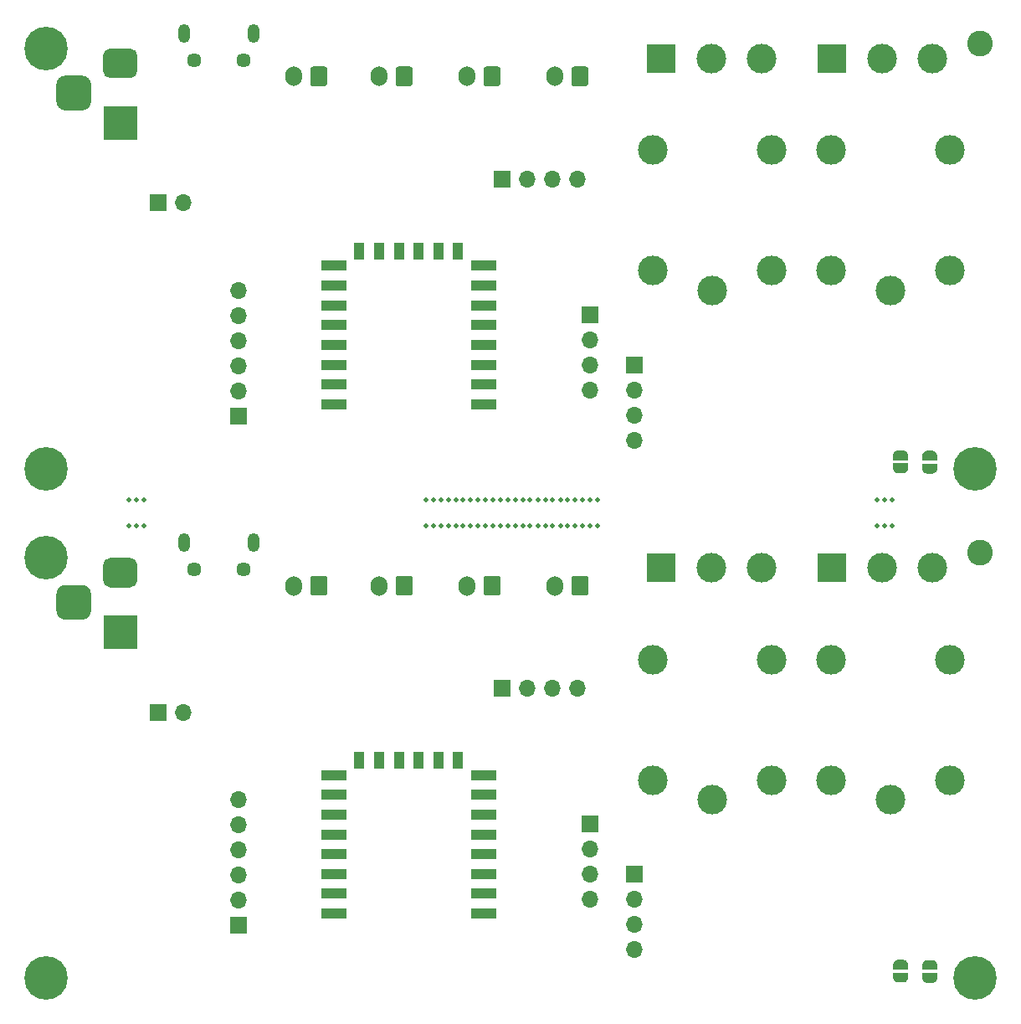
<source format=gbr>
G04 #@! TF.GenerationSoftware,KiCad,Pcbnew,5.1.9-73d0e3b20d~88~ubuntu18.04.1*
G04 #@! TF.CreationDate,2021-03-27T22:47:01+02:00*
G04 #@! TF.ProjectId,,58585858-5858-4585-9858-585858585858,1*
G04 #@! TF.SameCoordinates,Original*
G04 #@! TF.FileFunction,Soldermask,Bot*
G04 #@! TF.FilePolarity,Negative*
%FSLAX46Y46*%
G04 Gerber Fmt 4.6, Leading zero omitted, Abs format (unit mm)*
G04 Created by KiCad (PCBNEW 5.1.9-73d0e3b20d~88~ubuntu18.04.1) date 2021-03-27 22:47:01*
%MOMM*%
%LPD*%
G01*
G04 APERTURE LIST*
%ADD10R,2.500000X1.000000*%
%ADD11R,1.000000X1.800000*%
%ADD12R,3.500000X3.500000*%
%ADD13C,3.000000*%
%ADD14C,0.100000*%
%ADD15O,1.700000X2.000000*%
%ADD16C,0.700000*%
%ADD17C,4.400000*%
%ADD18O,1.700000X1.700000*%
%ADD19R,1.700000X1.700000*%
%ADD20R,3.000000X3.000000*%
%ADD21O,1.200000X1.900000*%
%ADD22C,1.450000*%
%ADD23C,2.600000*%
%ADD24C,0.500000*%
G04 APERTURE END LIST*
D10*
X143234000Y-139500000D03*
X143234000Y-137500000D03*
X143234000Y-135500000D03*
X143234000Y-133500000D03*
X143234000Y-131500000D03*
X143234000Y-129500000D03*
X143234000Y-127500000D03*
X143234000Y-125500000D03*
D11*
X140634000Y-124000000D03*
X138634000Y-124000000D03*
X136634000Y-124000000D03*
X134634000Y-124000000D03*
X132634000Y-124000000D03*
X130634000Y-124000000D03*
D10*
X128034000Y-125500000D03*
X128034000Y-127500000D03*
X128034000Y-129500000D03*
X128034000Y-131500000D03*
X128034000Y-133500000D03*
X128034000Y-135500000D03*
X128034000Y-137500000D03*
X128034000Y-139500000D03*
D12*
X106450000Y-111025000D03*
G36*
G01*
X105450000Y-103525000D02*
X107450000Y-103525000D01*
G75*
G02*
X108200000Y-104275000I0J-750000D01*
G01*
X108200000Y-105775000D01*
G75*
G02*
X107450000Y-106525000I-750000J0D01*
G01*
X105450000Y-106525000D01*
G75*
G02*
X104700000Y-105775000I0J750000D01*
G01*
X104700000Y-104275000D01*
G75*
G02*
X105450000Y-103525000I750000J0D01*
G01*
G37*
G36*
G01*
X100875000Y-106275000D02*
X102625000Y-106275000D01*
G75*
G02*
X103500000Y-107150000I0J-875000D01*
G01*
X103500000Y-108900000D01*
G75*
G02*
X102625000Y-109775000I-875000J0D01*
G01*
X100875000Y-109775000D01*
G75*
G02*
X100000000Y-108900000I0J875000D01*
G01*
X100000000Y-107150000D01*
G75*
G02*
X100875000Y-106275000I875000J0D01*
G01*
G37*
D13*
X166370000Y-128000000D03*
X160370000Y-126000000D03*
X160370000Y-113800000D03*
X172370000Y-113800000D03*
X172370000Y-126000000D03*
D14*
G36*
X184644602Y-144666000D02*
G01*
X184644602Y-144641466D01*
X184649412Y-144592635D01*
X184658984Y-144544510D01*
X184673228Y-144497555D01*
X184692005Y-144452222D01*
X184715136Y-144408949D01*
X184742396Y-144368150D01*
X184773524Y-144330221D01*
X184808221Y-144295524D01*
X184846150Y-144264396D01*
X184886949Y-144237136D01*
X184930222Y-144214005D01*
X184975555Y-144195228D01*
X185022510Y-144180984D01*
X185070635Y-144171412D01*
X185119466Y-144166602D01*
X185144000Y-144166602D01*
X185144000Y-144166000D01*
X185644000Y-144166000D01*
X185644000Y-144166602D01*
X185668534Y-144166602D01*
X185717365Y-144171412D01*
X185765490Y-144180984D01*
X185812445Y-144195228D01*
X185857778Y-144214005D01*
X185901051Y-144237136D01*
X185941850Y-144264396D01*
X185979779Y-144295524D01*
X186014476Y-144330221D01*
X186045604Y-144368150D01*
X186072864Y-144408949D01*
X186095995Y-144452222D01*
X186114772Y-144497555D01*
X186129016Y-144544510D01*
X186138588Y-144592635D01*
X186143398Y-144641466D01*
X186143398Y-144666000D01*
X186144000Y-144666000D01*
X186144000Y-145166000D01*
X184644000Y-145166000D01*
X184644000Y-144666000D01*
X184644602Y-144666000D01*
G37*
G36*
X186144000Y-145466000D02*
G01*
X186144000Y-145966000D01*
X186143398Y-145966000D01*
X186143398Y-145990534D01*
X186138588Y-146039365D01*
X186129016Y-146087490D01*
X186114772Y-146134445D01*
X186095995Y-146179778D01*
X186072864Y-146223051D01*
X186045604Y-146263850D01*
X186014476Y-146301779D01*
X185979779Y-146336476D01*
X185941850Y-146367604D01*
X185901051Y-146394864D01*
X185857778Y-146417995D01*
X185812445Y-146436772D01*
X185765490Y-146451016D01*
X185717365Y-146460588D01*
X185668534Y-146465398D01*
X185644000Y-146465398D01*
X185644000Y-146466000D01*
X185144000Y-146466000D01*
X185144000Y-146465398D01*
X185119466Y-146465398D01*
X185070635Y-146460588D01*
X185022510Y-146451016D01*
X184975555Y-146436772D01*
X184930222Y-146417995D01*
X184886949Y-146394864D01*
X184846150Y-146367604D01*
X184808221Y-146336476D01*
X184773524Y-146301779D01*
X184742396Y-146263850D01*
X184715136Y-146223051D01*
X184692005Y-146179778D01*
X184673228Y-146134445D01*
X184658984Y-146087490D01*
X184649412Y-146039365D01*
X184644602Y-145990534D01*
X184644602Y-145966000D01*
X184644000Y-145966000D01*
X184644000Y-145466000D01*
X186144000Y-145466000D01*
G37*
G36*
G01*
X153811000Y-105596000D02*
X153811000Y-107096000D01*
G75*
G02*
X153561000Y-107346000I-250000J0D01*
G01*
X152361000Y-107346000D01*
G75*
G02*
X152111000Y-107096000I0J250000D01*
G01*
X152111000Y-105596000D01*
G75*
G02*
X152361000Y-105346000I250000J0D01*
G01*
X153561000Y-105346000D01*
G75*
G02*
X153811000Y-105596000I0J-250000D01*
G01*
G37*
D15*
X150461000Y-106346000D03*
D16*
X100116726Y-102333274D03*
X98950000Y-101850000D03*
X97783274Y-102333274D03*
X97300000Y-103500000D03*
X97783274Y-104666726D03*
X98950000Y-105150000D03*
X100116726Y-104666726D03*
X100600000Y-103500000D03*
D17*
X98950000Y-103500000D03*
D16*
X194116726Y-144833274D03*
X192950000Y-144350000D03*
X191783274Y-144833274D03*
X191300000Y-146000000D03*
X191783274Y-147166726D03*
X192950000Y-147650000D03*
X194116726Y-147166726D03*
X194600000Y-146000000D03*
D17*
X192950000Y-146000000D03*
G36*
G01*
X127395000Y-105596000D02*
X127395000Y-107096000D01*
G75*
G02*
X127145000Y-107346000I-250000J0D01*
G01*
X125945000Y-107346000D01*
G75*
G02*
X125695000Y-107096000I0J250000D01*
G01*
X125695000Y-105596000D01*
G75*
G02*
X125945000Y-105346000I250000J0D01*
G01*
X127145000Y-105346000D01*
G75*
G02*
X127395000Y-105596000I0J-250000D01*
G01*
G37*
D15*
X124045000Y-106346000D03*
D18*
X112840000Y-119150000D03*
D19*
X110300000Y-119150000D03*
D15*
X141571000Y-106346000D03*
G36*
G01*
X144921000Y-105596000D02*
X144921000Y-107096000D01*
G75*
G02*
X144671000Y-107346000I-250000J0D01*
G01*
X143471000Y-107346000D01*
G75*
G02*
X143221000Y-107096000I0J250000D01*
G01*
X143221000Y-105596000D01*
G75*
G02*
X143471000Y-105346000I250000J0D01*
G01*
X144671000Y-105346000D01*
G75*
G02*
X144921000Y-105596000I0J-250000D01*
G01*
G37*
D20*
X161210000Y-104510000D03*
D13*
X166290000Y-104510000D03*
X171370000Y-104510000D03*
X190370000Y-126000000D03*
X190370000Y-113800000D03*
X178370000Y-113800000D03*
X178370000Y-126000000D03*
X184370000Y-128000000D03*
D19*
X153950000Y-130460000D03*
D18*
X153950000Y-133000000D03*
X153950000Y-135540000D03*
X153950000Y-138080000D03*
D19*
X158450000Y-135500000D03*
D18*
X158450000Y-138040000D03*
X158450000Y-140580000D03*
X158450000Y-143120000D03*
X118450000Y-128000000D03*
X118450000Y-130540000D03*
X118450000Y-133080000D03*
X118450000Y-135620000D03*
X118450000Y-138160000D03*
D19*
X118450000Y-140700000D03*
D21*
X112950000Y-102012500D03*
X119950000Y-102012500D03*
D22*
X113950000Y-104712500D03*
X118950000Y-104712500D03*
D13*
X188620000Y-104510000D03*
X183540000Y-104510000D03*
D20*
X178460000Y-104510000D03*
D23*
X193450000Y-103000000D03*
D18*
X152670000Y-116700000D03*
X150130000Y-116700000D03*
X147590000Y-116700000D03*
D19*
X145050000Y-116700000D03*
D17*
X98950000Y-146000000D03*
D16*
X100600000Y-146000000D03*
X100116726Y-147166726D03*
X98950000Y-147650000D03*
X97783274Y-147166726D03*
X97300000Y-146000000D03*
X97783274Y-144833274D03*
X98950000Y-144350000D03*
X100116726Y-144833274D03*
D15*
X132681000Y-106346000D03*
G36*
G01*
X136031000Y-105596000D02*
X136031000Y-107096000D01*
G75*
G02*
X135781000Y-107346000I-250000J0D01*
G01*
X134581000Y-107346000D01*
G75*
G02*
X134331000Y-107096000I0J250000D01*
G01*
X134331000Y-105596000D01*
G75*
G02*
X134581000Y-105346000I250000J0D01*
G01*
X135781000Y-105346000D01*
G75*
G02*
X136031000Y-105596000I0J-250000D01*
G01*
G37*
D14*
G36*
X189100000Y-145500000D02*
G01*
X189100000Y-146000000D01*
X189099398Y-146000000D01*
X189099398Y-146024534D01*
X189094588Y-146073365D01*
X189085016Y-146121490D01*
X189070772Y-146168445D01*
X189051995Y-146213778D01*
X189028864Y-146257051D01*
X189001604Y-146297850D01*
X188970476Y-146335779D01*
X188935779Y-146370476D01*
X188897850Y-146401604D01*
X188857051Y-146428864D01*
X188813778Y-146451995D01*
X188768445Y-146470772D01*
X188721490Y-146485016D01*
X188673365Y-146494588D01*
X188624534Y-146499398D01*
X188600000Y-146499398D01*
X188600000Y-146500000D01*
X188100000Y-146500000D01*
X188100000Y-146499398D01*
X188075466Y-146499398D01*
X188026635Y-146494588D01*
X187978510Y-146485016D01*
X187931555Y-146470772D01*
X187886222Y-146451995D01*
X187842949Y-146428864D01*
X187802150Y-146401604D01*
X187764221Y-146370476D01*
X187729524Y-146335779D01*
X187698396Y-146297850D01*
X187671136Y-146257051D01*
X187648005Y-146213778D01*
X187629228Y-146168445D01*
X187614984Y-146121490D01*
X187605412Y-146073365D01*
X187600602Y-146024534D01*
X187600602Y-146000000D01*
X187600000Y-146000000D01*
X187600000Y-145500000D01*
X189100000Y-145500000D01*
G37*
G36*
X187600602Y-144700000D02*
G01*
X187600602Y-144675466D01*
X187605412Y-144626635D01*
X187614984Y-144578510D01*
X187629228Y-144531555D01*
X187648005Y-144486222D01*
X187671136Y-144442949D01*
X187698396Y-144402150D01*
X187729524Y-144364221D01*
X187764221Y-144329524D01*
X187802150Y-144298396D01*
X187842949Y-144271136D01*
X187886222Y-144248005D01*
X187931555Y-144229228D01*
X187978510Y-144214984D01*
X188026635Y-144205412D01*
X188075466Y-144200602D01*
X188100000Y-144200602D01*
X188100000Y-144200000D01*
X188600000Y-144200000D01*
X188600000Y-144200602D01*
X188624534Y-144200602D01*
X188673365Y-144205412D01*
X188721490Y-144214984D01*
X188768445Y-144229228D01*
X188813778Y-144248005D01*
X188857051Y-144271136D01*
X188897850Y-144298396D01*
X188935779Y-144329524D01*
X188970476Y-144364221D01*
X189001604Y-144402150D01*
X189028864Y-144442949D01*
X189051995Y-144486222D01*
X189070772Y-144531555D01*
X189085016Y-144578510D01*
X189094588Y-144626635D01*
X189099398Y-144675466D01*
X189099398Y-144700000D01*
X189100000Y-144700000D01*
X189100000Y-145200000D01*
X187600000Y-145200000D01*
X187600000Y-144700000D01*
X187600602Y-144700000D01*
G37*
D24*
X154750000Y-100300000D03*
X154000000Y-97700000D03*
X154000000Y-100300000D03*
X153250000Y-100300000D03*
X154750000Y-97700000D03*
X153250000Y-97700000D03*
X152475000Y-100300000D03*
X151725000Y-97700000D03*
X151725000Y-100300000D03*
X150975000Y-100300000D03*
X152475000Y-97700000D03*
X150975000Y-97700000D03*
X150200000Y-100300000D03*
X149450000Y-97700000D03*
X149450000Y-100300000D03*
X148700000Y-100300000D03*
X150200000Y-97700000D03*
X148700000Y-97700000D03*
X147925000Y-100300000D03*
X147175000Y-97700000D03*
X147175000Y-100300000D03*
X146425000Y-100300000D03*
X147925000Y-97700000D03*
X146425000Y-97700000D03*
X145650000Y-100300000D03*
X144900000Y-97700000D03*
X144900000Y-100300000D03*
X144150000Y-100300000D03*
X145650000Y-97700000D03*
X144150000Y-97700000D03*
X143400000Y-100300000D03*
X142650000Y-97700000D03*
X142650000Y-100300000D03*
X141900000Y-100300000D03*
X143400000Y-97700000D03*
X141900000Y-97700000D03*
X141150000Y-100300000D03*
X140400000Y-97700000D03*
X140400000Y-100300000D03*
X139650000Y-100300000D03*
X141150000Y-97700000D03*
X139650000Y-97700000D03*
X138900000Y-100300000D03*
X138150000Y-100300000D03*
X137400000Y-100300000D03*
X138900000Y-97700000D03*
X138150000Y-97700000D03*
X137400000Y-97700000D03*
X183800000Y-97700000D03*
X183800000Y-100300000D03*
X184550000Y-97700000D03*
X183050000Y-97700000D03*
X183050000Y-100300000D03*
X184550000Y-100300000D03*
X108850000Y-100300000D03*
X107350000Y-100300000D03*
X107350000Y-97700000D03*
X108850000Y-97700000D03*
X108100000Y-100300000D03*
X108100000Y-97700000D03*
G36*
G01*
X144921000Y-54096000D02*
X144921000Y-55596000D01*
G75*
G02*
X144671000Y-55846000I-250000J0D01*
G01*
X143471000Y-55846000D01*
G75*
G02*
X143221000Y-55596000I0J250000D01*
G01*
X143221000Y-54096000D01*
G75*
G02*
X143471000Y-53846000I250000J0D01*
G01*
X144671000Y-53846000D01*
G75*
G02*
X144921000Y-54096000I0J-250000D01*
G01*
G37*
D15*
X141571000Y-54846000D03*
G36*
G01*
X100875000Y-54775000D02*
X102625000Y-54775000D01*
G75*
G02*
X103500000Y-55650000I0J-875000D01*
G01*
X103500000Y-57400000D01*
G75*
G02*
X102625000Y-58275000I-875000J0D01*
G01*
X100875000Y-58275000D01*
G75*
G02*
X100000000Y-57400000I0J875000D01*
G01*
X100000000Y-55650000D01*
G75*
G02*
X100875000Y-54775000I875000J0D01*
G01*
G37*
G36*
G01*
X105450000Y-52025000D02*
X107450000Y-52025000D01*
G75*
G02*
X108200000Y-52775000I0J-750000D01*
G01*
X108200000Y-54275000D01*
G75*
G02*
X107450000Y-55025000I-750000J0D01*
G01*
X105450000Y-55025000D01*
G75*
G02*
X104700000Y-54275000I0J750000D01*
G01*
X104700000Y-52775000D01*
G75*
G02*
X105450000Y-52025000I750000J0D01*
G01*
G37*
D12*
X106450000Y-59525000D03*
D15*
X124045000Y-54846000D03*
G36*
G01*
X127395000Y-54096000D02*
X127395000Y-55596000D01*
G75*
G02*
X127145000Y-55846000I-250000J0D01*
G01*
X125945000Y-55846000D01*
G75*
G02*
X125695000Y-55596000I0J250000D01*
G01*
X125695000Y-54096000D01*
G75*
G02*
X125945000Y-53846000I250000J0D01*
G01*
X127145000Y-53846000D01*
G75*
G02*
X127395000Y-54096000I0J-250000D01*
G01*
G37*
D23*
X193450000Y-51500000D03*
D13*
X184370000Y-76500000D03*
X178370000Y-74500000D03*
X178370000Y-62300000D03*
X190370000Y-62300000D03*
X190370000Y-74500000D03*
D19*
X145050000Y-65200000D03*
D18*
X147590000Y-65200000D03*
X150130000Y-65200000D03*
X152670000Y-65200000D03*
D13*
X172370000Y-74500000D03*
X172370000Y-62300000D03*
X160370000Y-62300000D03*
X160370000Y-74500000D03*
X166370000Y-76500000D03*
D18*
X153950000Y-86580000D03*
X153950000Y-84040000D03*
X153950000Y-81500000D03*
D19*
X153950000Y-78960000D03*
D15*
X150461000Y-54846000D03*
G36*
G01*
X153811000Y-54096000D02*
X153811000Y-55596000D01*
G75*
G02*
X153561000Y-55846000I-250000J0D01*
G01*
X152361000Y-55846000D01*
G75*
G02*
X152111000Y-55596000I0J250000D01*
G01*
X152111000Y-54096000D01*
G75*
G02*
X152361000Y-53846000I250000J0D01*
G01*
X153561000Y-53846000D01*
G75*
G02*
X153811000Y-54096000I0J-250000D01*
G01*
G37*
D17*
X98950000Y-52000000D03*
D16*
X100600000Y-52000000D03*
X100116726Y-53166726D03*
X98950000Y-53650000D03*
X97783274Y-53166726D03*
X97300000Y-52000000D03*
X97783274Y-50833274D03*
X98950000Y-50350000D03*
X100116726Y-50833274D03*
X100116726Y-93333274D03*
X98950000Y-92850000D03*
X97783274Y-93333274D03*
X97300000Y-94500000D03*
X97783274Y-95666726D03*
X98950000Y-96150000D03*
X100116726Y-95666726D03*
X100600000Y-94500000D03*
D17*
X98950000Y-94500000D03*
X192950000Y-94500000D03*
D16*
X194600000Y-94500000D03*
X194116726Y-95666726D03*
X192950000Y-96150000D03*
X191783274Y-95666726D03*
X191300000Y-94500000D03*
X191783274Y-93333274D03*
X192950000Y-92850000D03*
X194116726Y-93333274D03*
D13*
X171370000Y-53010000D03*
X166290000Y-53010000D03*
D20*
X161210000Y-53010000D03*
D19*
X118450000Y-89200000D03*
D18*
X118450000Y-86660000D03*
X118450000Y-84120000D03*
X118450000Y-81580000D03*
X118450000Y-79040000D03*
X118450000Y-76500000D03*
X158450000Y-91620000D03*
X158450000Y-89080000D03*
X158450000Y-86540000D03*
D19*
X158450000Y-84000000D03*
D22*
X118950000Y-53212500D03*
X113950000Y-53212500D03*
D21*
X119950000Y-50512500D03*
X112950000Y-50512500D03*
D19*
X110300000Y-67650000D03*
D18*
X112840000Y-67650000D03*
D20*
X178460000Y-53010000D03*
D13*
X183540000Y-53010000D03*
X188620000Y-53010000D03*
G36*
G01*
X136031000Y-54096000D02*
X136031000Y-55596000D01*
G75*
G02*
X135781000Y-55846000I-250000J0D01*
G01*
X134581000Y-55846000D01*
G75*
G02*
X134331000Y-55596000I0J250000D01*
G01*
X134331000Y-54096000D01*
G75*
G02*
X134581000Y-53846000I250000J0D01*
G01*
X135781000Y-53846000D01*
G75*
G02*
X136031000Y-54096000I0J-250000D01*
G01*
G37*
D15*
X132681000Y-54846000D03*
D14*
G36*
X187600602Y-93200000D02*
G01*
X187600602Y-93175466D01*
X187605412Y-93126635D01*
X187614984Y-93078510D01*
X187629228Y-93031555D01*
X187648005Y-92986222D01*
X187671136Y-92942949D01*
X187698396Y-92902150D01*
X187729524Y-92864221D01*
X187764221Y-92829524D01*
X187802150Y-92798396D01*
X187842949Y-92771136D01*
X187886222Y-92748005D01*
X187931555Y-92729228D01*
X187978510Y-92714984D01*
X188026635Y-92705412D01*
X188075466Y-92700602D01*
X188100000Y-92700602D01*
X188100000Y-92700000D01*
X188600000Y-92700000D01*
X188600000Y-92700602D01*
X188624534Y-92700602D01*
X188673365Y-92705412D01*
X188721490Y-92714984D01*
X188768445Y-92729228D01*
X188813778Y-92748005D01*
X188857051Y-92771136D01*
X188897850Y-92798396D01*
X188935779Y-92829524D01*
X188970476Y-92864221D01*
X189001604Y-92902150D01*
X189028864Y-92942949D01*
X189051995Y-92986222D01*
X189070772Y-93031555D01*
X189085016Y-93078510D01*
X189094588Y-93126635D01*
X189099398Y-93175466D01*
X189099398Y-93200000D01*
X189100000Y-93200000D01*
X189100000Y-93700000D01*
X187600000Y-93700000D01*
X187600000Y-93200000D01*
X187600602Y-93200000D01*
G37*
G36*
X189100000Y-94000000D02*
G01*
X189100000Y-94500000D01*
X189099398Y-94500000D01*
X189099398Y-94524534D01*
X189094588Y-94573365D01*
X189085016Y-94621490D01*
X189070772Y-94668445D01*
X189051995Y-94713778D01*
X189028864Y-94757051D01*
X189001604Y-94797850D01*
X188970476Y-94835779D01*
X188935779Y-94870476D01*
X188897850Y-94901604D01*
X188857051Y-94928864D01*
X188813778Y-94951995D01*
X188768445Y-94970772D01*
X188721490Y-94985016D01*
X188673365Y-94994588D01*
X188624534Y-94999398D01*
X188600000Y-94999398D01*
X188600000Y-95000000D01*
X188100000Y-95000000D01*
X188100000Y-94999398D01*
X188075466Y-94999398D01*
X188026635Y-94994588D01*
X187978510Y-94985016D01*
X187931555Y-94970772D01*
X187886222Y-94951995D01*
X187842949Y-94928864D01*
X187802150Y-94901604D01*
X187764221Y-94870476D01*
X187729524Y-94835779D01*
X187698396Y-94797850D01*
X187671136Y-94757051D01*
X187648005Y-94713778D01*
X187629228Y-94668445D01*
X187614984Y-94621490D01*
X187605412Y-94573365D01*
X187600602Y-94524534D01*
X187600602Y-94500000D01*
X187600000Y-94500000D01*
X187600000Y-94000000D01*
X189100000Y-94000000D01*
G37*
G36*
X186144000Y-93966000D02*
G01*
X186144000Y-94466000D01*
X186143398Y-94466000D01*
X186143398Y-94490534D01*
X186138588Y-94539365D01*
X186129016Y-94587490D01*
X186114772Y-94634445D01*
X186095995Y-94679778D01*
X186072864Y-94723051D01*
X186045604Y-94763850D01*
X186014476Y-94801779D01*
X185979779Y-94836476D01*
X185941850Y-94867604D01*
X185901051Y-94894864D01*
X185857778Y-94917995D01*
X185812445Y-94936772D01*
X185765490Y-94951016D01*
X185717365Y-94960588D01*
X185668534Y-94965398D01*
X185644000Y-94965398D01*
X185644000Y-94966000D01*
X185144000Y-94966000D01*
X185144000Y-94965398D01*
X185119466Y-94965398D01*
X185070635Y-94960588D01*
X185022510Y-94951016D01*
X184975555Y-94936772D01*
X184930222Y-94917995D01*
X184886949Y-94894864D01*
X184846150Y-94867604D01*
X184808221Y-94836476D01*
X184773524Y-94801779D01*
X184742396Y-94763850D01*
X184715136Y-94723051D01*
X184692005Y-94679778D01*
X184673228Y-94634445D01*
X184658984Y-94587490D01*
X184649412Y-94539365D01*
X184644602Y-94490534D01*
X184644602Y-94466000D01*
X184644000Y-94466000D01*
X184644000Y-93966000D01*
X186144000Y-93966000D01*
G37*
G36*
X184644602Y-93166000D02*
G01*
X184644602Y-93141466D01*
X184649412Y-93092635D01*
X184658984Y-93044510D01*
X184673228Y-92997555D01*
X184692005Y-92952222D01*
X184715136Y-92908949D01*
X184742396Y-92868150D01*
X184773524Y-92830221D01*
X184808221Y-92795524D01*
X184846150Y-92764396D01*
X184886949Y-92737136D01*
X184930222Y-92714005D01*
X184975555Y-92695228D01*
X185022510Y-92680984D01*
X185070635Y-92671412D01*
X185119466Y-92666602D01*
X185144000Y-92666602D01*
X185144000Y-92666000D01*
X185644000Y-92666000D01*
X185644000Y-92666602D01*
X185668534Y-92666602D01*
X185717365Y-92671412D01*
X185765490Y-92680984D01*
X185812445Y-92695228D01*
X185857778Y-92714005D01*
X185901051Y-92737136D01*
X185941850Y-92764396D01*
X185979779Y-92795524D01*
X186014476Y-92830221D01*
X186045604Y-92868150D01*
X186072864Y-92908949D01*
X186095995Y-92952222D01*
X186114772Y-92997555D01*
X186129016Y-93044510D01*
X186138588Y-93092635D01*
X186143398Y-93141466D01*
X186143398Y-93166000D01*
X186144000Y-93166000D01*
X186144000Y-93666000D01*
X184644000Y-93666000D01*
X184644000Y-93166000D01*
X184644602Y-93166000D01*
G37*
D10*
X128034000Y-88000000D03*
X128034000Y-86000000D03*
X128034000Y-84000000D03*
X128034000Y-82000000D03*
X128034000Y-80000000D03*
X128034000Y-78000000D03*
X128034000Y-76000000D03*
X128034000Y-74000000D03*
D11*
X130634000Y-72500000D03*
X132634000Y-72500000D03*
X134634000Y-72500000D03*
X136634000Y-72500000D03*
X138634000Y-72500000D03*
X140634000Y-72500000D03*
D10*
X143234000Y-74000000D03*
X143234000Y-76000000D03*
X143234000Y-78000000D03*
X143234000Y-80000000D03*
X143234000Y-82000000D03*
X143234000Y-84000000D03*
X143234000Y-86000000D03*
X143234000Y-88000000D03*
M02*

</source>
